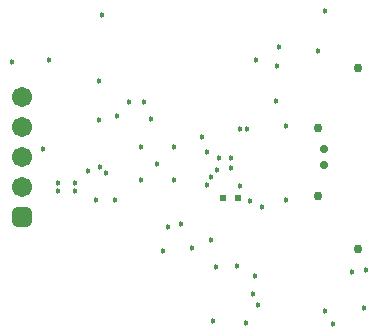
<source format=gbs>
G04*
G04 #@! TF.GenerationSoftware,Altium Limited,Altium Designer,22.11.1 (43)*
G04*
G04 Layer_Color=16711935*
%FSLAX44Y44*%
%MOMM*%
G71*
G04*
G04 #@! TF.SameCoordinates,A50B7F4E-0ABD-407A-AE68-1F03F6E7AD64*
G04*
G04*
G04 #@! TF.FilePolarity,Negative*
G04*
G01*
G75*
%ADD62C,1.7040*%
G04:AMPARAMS|DCode=63|XSize=1.704mm|YSize=1.704mm|CornerRadius=0.452mm|HoleSize=0mm|Usage=FLASHONLY|Rotation=90.000|XOffset=0mm|YOffset=0mm|HoleType=Round|Shape=RoundedRectangle|*
%AMROUNDEDRECTD63*
21,1,1.7040,0.8000,0,0,90.0*
21,1,0.8000,1.7040,0,0,90.0*
1,1,0.9040,0.4000,0.4000*
1,1,0.9040,0.4000,-0.4000*
1,1,0.9040,-0.4000,-0.4000*
1,1,0.9040,-0.4000,0.4000*
%
%ADD63ROUNDEDRECTD63*%
%ADD64C,0.7540*%
%ADD65C,0.4540*%
%ADD66C,0.7390*%
%ADD77R,0.6120X0.6120*%
D62*
X19050Y205098D02*
D03*
Y179699D02*
D03*
Y128898D02*
D03*
Y154298D02*
D03*
D63*
Y103498D02*
D03*
D64*
X269240Y178760D02*
D03*
Y120960D02*
D03*
X303530Y229870D02*
D03*
Y76200D02*
D03*
D65*
X171450Y171450D02*
D03*
X185420Y153670D02*
D03*
X175260Y130810D02*
D03*
X179070Y137160D02*
D03*
X221760Y111760D02*
D03*
X97790Y118110D02*
D03*
X184150Y143144D02*
D03*
X138430Y74930D02*
D03*
X203200Y129540D02*
D03*
Y177800D02*
D03*
X86360Y274320D02*
D03*
X275590Y278130D02*
D03*
X133350Y148590D02*
D03*
X147320Y162560D02*
D03*
X119380Y134620D02*
D03*
X147320D02*
D03*
X119380Y162560D02*
D03*
X99060Y189230D02*
D03*
X85090Y146050D02*
D03*
X81280Y118110D02*
D03*
X142240Y95250D02*
D03*
X74930Y142240D02*
D03*
X41910Y236220D02*
D03*
X109220Y200660D02*
D03*
X83820Y185420D02*
D03*
X36830Y161290D02*
D03*
X179070Y83820D02*
D03*
X180340Y15240D02*
D03*
X214630Y38100D02*
D03*
X182880Y60960D02*
D03*
X162560Y77470D02*
D03*
X153670Y97790D02*
D03*
X212090Y116840D02*
D03*
X215900Y53340D02*
D03*
X90170Y140970D02*
D03*
X121920Y200660D02*
D03*
X128270Y186690D02*
D03*
X218440Y29210D02*
D03*
X236220Y247650D02*
D03*
X233680Y201930D02*
D03*
X269240Y243840D02*
D03*
X49530Y125730D02*
D03*
X63500D02*
D03*
X175260Y158750D02*
D03*
X49530Y132080D02*
D03*
X63500D02*
D03*
X10160Y234950D02*
D03*
X275590Y24130D02*
D03*
X200660Y62230D02*
D03*
X208280Y13970D02*
D03*
X309880Y58420D02*
D03*
X308610Y26548D02*
D03*
X298450Y57150D02*
D03*
X281940Y12700D02*
D03*
X195580Y144780D02*
D03*
Y153670D02*
D03*
X209550Y177800D02*
D03*
X217170Y236220D02*
D03*
X234950Y231140D02*
D03*
X242570Y180340D02*
D03*
Y118110D02*
D03*
X83820Y218440D02*
D03*
D66*
X274320Y147320D02*
D03*
Y161290D02*
D03*
D77*
X201930Y119380D02*
D03*
X189230D02*
D03*
M02*

</source>
